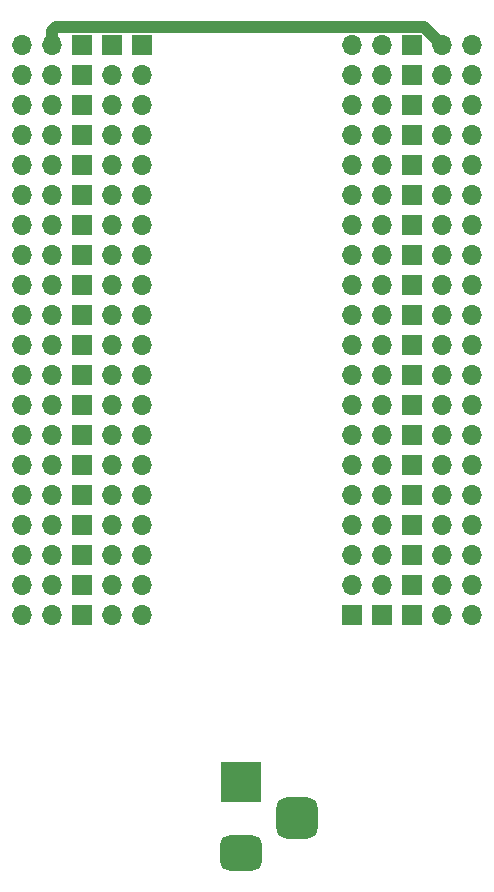
<source format=gbr>
%TF.GenerationSoftware,KiCad,Pcbnew,7.0.2*%
%TF.CreationDate,2023-05-07T16:36:29+01:00*%
%TF.ProjectId,working,776f726b-696e-4672-9e6b-696361645f70,rev?*%
%TF.SameCoordinates,Original*%
%TF.FileFunction,Copper,L2,Bot*%
%TF.FilePolarity,Positive*%
%FSLAX46Y46*%
G04 Gerber Fmt 4.6, Leading zero omitted, Abs format (unit mm)*
G04 Created by KiCad (PCBNEW 7.0.2) date 2023-05-07 16:36:29*
%MOMM*%
%LPD*%
G01*
G04 APERTURE LIST*
G04 Aperture macros list*
%AMRoundRect*
0 Rectangle with rounded corners*
0 $1 Rounding radius*
0 $2 $3 $4 $5 $6 $7 $8 $9 X,Y pos of 4 corners*
0 Add a 4 corners polygon primitive as box body*
4,1,4,$2,$3,$4,$5,$6,$7,$8,$9,$2,$3,0*
0 Add four circle primitives for the rounded corners*
1,1,$1+$1,$2,$3*
1,1,$1+$1,$4,$5*
1,1,$1+$1,$6,$7*
1,1,$1+$1,$8,$9*
0 Add four rect primitives between the rounded corners*
20,1,$1+$1,$2,$3,$4,$5,0*
20,1,$1+$1,$4,$5,$6,$7,0*
20,1,$1+$1,$6,$7,$8,$9,0*
20,1,$1+$1,$8,$9,$2,$3,0*%
G04 Aperture macros list end*
%TA.AperFunction,ComponentPad*%
%ADD10R,1.700000X1.700000*%
%TD*%
%TA.AperFunction,ComponentPad*%
%ADD11O,1.700000X1.700000*%
%TD*%
%TA.AperFunction,ComponentPad*%
%ADD12RoundRect,0.875000X0.875000X-0.875000X0.875000X0.875000X-0.875000X0.875000X-0.875000X-0.875000X0*%
%TD*%
%TA.AperFunction,ComponentPad*%
%ADD13RoundRect,0.750000X1.000000X-0.750000X1.000000X0.750000X-1.000000X0.750000X-1.000000X-0.750000X0*%
%TD*%
%TA.AperFunction,ComponentPad*%
%ADD14R,3.500000X3.500000*%
%TD*%
%TA.AperFunction,Conductor*%
%ADD15C,1.000000*%
%TD*%
G04 APERTURE END LIST*
D10*
%TO.P,J45,1,Pin_1*%
%TO.N,GND*%
X-13970000Y-6350000D03*
D11*
%TO.P,J45,2,Pin_2*%
%TO.N,+5V*%
X-16510000Y-6350000D03*
%TO.P,J45,3,Pin_3*%
%TO.N,GND*%
X-19050000Y-6350000D03*
%TD*%
D10*
%TO.P,J44,1,Pin_1*%
%TO.N,+3.3V*%
X13970000Y13970000D03*
D11*
%TO.P,J44,2,Pin_2*%
%TO.N,+5V*%
X16510000Y13970000D03*
%TO.P,J44,3,Pin_3*%
%TO.N,GND*%
X19050000Y13970000D03*
%TD*%
D10*
%TO.P,J43,1,Pin_1*%
%TO.N,/en*%
X13970000Y16510000D03*
D11*
%TO.P,J43,2,Pin_2*%
%TO.N,+5V*%
X16510000Y16510000D03*
%TO.P,J43,3,Pin_3*%
%TO.N,GND*%
X19050000Y16510000D03*
%TD*%
D10*
%TO.P,J42,1,Pin_1*%
%TO.N,GND*%
X13970000Y19050000D03*
D11*
%TO.P,J42,2,Pin_2*%
%TO.N,+5V*%
X16510000Y19050000D03*
%TO.P,J42,3,Pin_3*%
%TO.N,GND*%
X19050000Y19050000D03*
%TD*%
D10*
%TO.P,J41,1,Pin_1*%
%TO.N,/vsys*%
X13970000Y21590000D03*
D11*
%TO.P,J41,2,Pin_2*%
%TO.N,+5V*%
X16510000Y21590000D03*
%TO.P,J41,3,Pin_3*%
%TO.N,GND*%
X19050000Y21590000D03*
%TD*%
D10*
%TO.P,J40,1,Pin_1*%
%TO.N,+5V*%
X13970000Y24130000D03*
D11*
%TO.P,J40,2,Pin_2*%
X16510000Y24130000D03*
%TO.P,J40,3,Pin_3*%
%TO.N,GND*%
X19050000Y24130000D03*
%TD*%
%TO.P,J39,3,Pin_3*%
%TO.N,GND*%
X19050000Y-19050000D03*
%TO.P,J39,2,Pin_2*%
%TO.N,+5V*%
X16510000Y-19050000D03*
D10*
%TO.P,J39,1,Pin_1*%
%TO.N,GND*%
X13970000Y-19050000D03*
%TD*%
%TO.P,J38,1,Pin_1*%
%TO.N,GND*%
X13970000Y-6350000D03*
D11*
%TO.P,J38,2,Pin_2*%
%TO.N,+5V*%
X16510000Y-6350000D03*
%TO.P,J38,3,Pin_3*%
%TO.N,GND*%
X19050000Y-6350000D03*
%TD*%
D10*
%TO.P,J37,1,Pin_1*%
%TO.N,GND*%
X13985000Y6350000D03*
D11*
%TO.P,J37,2,Pin_2*%
%TO.N,+5V*%
X16525000Y6350000D03*
%TO.P,J37,3,Pin_3*%
%TO.N,GND*%
X19065000Y6350000D03*
%TD*%
D10*
%TO.P,J36,1,Pin_1*%
%TO.N,GND*%
X-13970000Y-19050000D03*
D11*
%TO.P,J36,2,Pin_2*%
%TO.N,+5V*%
X-16510000Y-19050000D03*
%TO.P,J36,3,Pin_3*%
%TO.N,GND*%
X-19050000Y-19050000D03*
%TD*%
D10*
%TO.P,J35,1,Pin_1*%
%TO.N,GND*%
X-13970000Y6350000D03*
D11*
%TO.P,J35,2,Pin_2*%
%TO.N,+5V*%
X-16510000Y6350000D03*
%TO.P,J35,3,Pin_3*%
%TO.N,GND*%
X-19050000Y6350000D03*
%TD*%
%TO.P,J31,3,Pin_3*%
%TO.N,GND*%
X-19050000Y19050000D03*
%TO.P,J31,2,Pin_2*%
%TO.N,+5V*%
X-16510000Y19050000D03*
D10*
%TO.P,J31,1,Pin_1*%
%TO.N,GND*%
X-13970000Y19050000D03*
%TD*%
%TO.P,J34,1,Pin_1*%
%TO.N,/gpio21*%
X13970000Y-8890000D03*
D11*
%TO.P,J34,2,Pin_2*%
%TO.N,+5V*%
X16510000Y-8890000D03*
%TO.P,J34,3,Pin_3*%
%TO.N,GND*%
X19050000Y-8890000D03*
%TD*%
D10*
%TO.P,J33,1,Pin_1*%
%TO.N,/gpio22*%
X13970000Y-3810000D03*
D11*
%TO.P,J33,2,Pin_2*%
%TO.N,+5V*%
X16510000Y-3810000D03*
%TO.P,J33,3,Pin_3*%
%TO.N,GND*%
X19050000Y-3810000D03*
%TD*%
D12*
%TO.P,J32,3*%
%TO.N,unconnected-(J32-Pad3)*%
X4222500Y-41280000D03*
D13*
%TO.P,J32,2*%
%TO.N,GND*%
X-477500Y-44280000D03*
D14*
%TO.P,J32,1*%
%TO.N,+5V*%
X-477500Y-38280000D03*
%TD*%
D10*
%TO.P,J30,1,Pin_1*%
%TO.N,/adc_vref*%
X13970000Y11430000D03*
D11*
%TO.P,J30,2,Pin_2*%
%TO.N,+5V*%
X16510000Y11430000D03*
%TO.P,J30,3,Pin_3*%
%TO.N,GND*%
X19050000Y11430000D03*
%TD*%
D10*
%TO.P,J29,1,Pin_1*%
%TO.N,/gpio28*%
X13970000Y8890000D03*
D11*
%TO.P,J29,2,Pin_2*%
%TO.N,+5V*%
X16510000Y8890000D03*
%TO.P,J29,3,Pin_3*%
%TO.N,GND*%
X19050000Y8890000D03*
%TD*%
D10*
%TO.P,J28,1,Pin_1*%
%TO.N,/gpio27*%
X13970000Y3810000D03*
D11*
%TO.P,J28,2,Pin_2*%
%TO.N,+5V*%
X16510000Y3810000D03*
%TO.P,J28,3,Pin_3*%
%TO.N,GND*%
X19050000Y3810000D03*
%TD*%
D10*
%TO.P,J27,1,Pin_1*%
%TO.N,/gpio26*%
X13970000Y1270000D03*
D11*
%TO.P,J27,2,Pin_2*%
%TO.N,+5V*%
X16510000Y1270000D03*
%TO.P,J27,3,Pin_3*%
%TO.N,GND*%
X19050000Y1270000D03*
%TD*%
D10*
%TO.P,J26,1,Pin_1*%
%TO.N,/oobb_23*%
X13970000Y-1270000D03*
D11*
%TO.P,J26,2,Pin_2*%
%TO.N,+5V*%
X16510000Y-1270000D03*
%TO.P,J26,3,Pin_3*%
%TO.N,GND*%
X19050000Y-1270000D03*
%TD*%
D10*
%TO.P,J25,1,Pin_1*%
%TO.N,/gpio0*%
X-13985000Y24130000D03*
D11*
%TO.P,J25,2,Pin_2*%
%TO.N,+5V*%
X-16525000Y24130000D03*
%TO.P,J25,3,Pin_3*%
%TO.N,GND*%
X-19065000Y24130000D03*
%TD*%
D10*
%TO.P,J24,1,Pin_1*%
%TO.N,/gpio11*%
X-13985000Y-11430000D03*
D11*
%TO.P,J24,2,Pin_2*%
%TO.N,+5V*%
X-16525000Y-11430000D03*
%TO.P,J24,3,Pin_3*%
%TO.N,GND*%
X-19065000Y-11430000D03*
%TD*%
D10*
%TO.P,J23,1,Pin_1*%
%TO.N,/gpio12*%
X-13985000Y-13970000D03*
D11*
%TO.P,J23,2,Pin_2*%
%TO.N,+5V*%
X-16525000Y-13970000D03*
%TO.P,J23,3,Pin_3*%
%TO.N,GND*%
X-19065000Y-13970000D03*
%TD*%
D10*
%TO.P,J22,1,Pin_1*%
%TO.N,/gpio19*%
X13985000Y-13970000D03*
D11*
%TO.P,J22,2,Pin_2*%
%TO.N,+5V*%
X16525000Y-13970000D03*
%TO.P,J22,3,Pin_3*%
%TO.N,GND*%
X19065000Y-13970000D03*
%TD*%
D10*
%TO.P,J21,1,Pin_1*%
%TO.N,/gpio18*%
X13970000Y-16510000D03*
D11*
%TO.P,J21,2,Pin_2*%
%TO.N,+5V*%
X16510000Y-16510000D03*
%TO.P,J21,3,Pin_3*%
%TO.N,GND*%
X19050000Y-16510000D03*
%TD*%
D10*
%TO.P,J20,1,Pin_1*%
%TO.N,/gpio17*%
X13985000Y-21590000D03*
D11*
%TO.P,J20,2,Pin_2*%
%TO.N,+5V*%
X16525000Y-21590000D03*
%TO.P,J20,3,Pin_3*%
%TO.N,GND*%
X19065000Y-21590000D03*
%TD*%
D10*
%TO.P,J19,1,Pin_1*%
%TO.N,/gpio16*%
X13970000Y-24130000D03*
D11*
%TO.P,J19,2,Pin_2*%
%TO.N,+5V*%
X16510000Y-24130000D03*
%TO.P,J19,3,Pin_3*%
%TO.N,GND*%
X19050000Y-24130000D03*
%TD*%
D10*
%TO.P,J18,1,Pin_1*%
%TO.N,/gpio15*%
X-13970000Y-24130000D03*
D11*
%TO.P,J18,2,Pin_2*%
%TO.N,+5V*%
X-16510000Y-24130000D03*
%TO.P,J18,3,Pin_3*%
%TO.N,GND*%
X-19050000Y-24130000D03*
%TD*%
D10*
%TO.P,J17,1,Pin_1*%
%TO.N,/gpio14*%
X-13970000Y-21590000D03*
D11*
%TO.P,J17,2,Pin_2*%
%TO.N,+5V*%
X-16510000Y-21590000D03*
%TO.P,J17,3,Pin_3*%
%TO.N,GND*%
X-19050000Y-21590000D03*
%TD*%
D10*
%TO.P,J16,1,Pin_1*%
%TO.N,/gpio13*%
X-13970000Y-16510000D03*
D11*
%TO.P,J16,2,Pin_2*%
%TO.N,+5V*%
X-16510000Y-16510000D03*
%TO.P,J16,3,Pin_3*%
%TO.N,GND*%
X-19050000Y-16510000D03*
%TD*%
D10*
%TO.P,J15,1,Pin_1*%
%TO.N,/gpio20*%
X13970000Y-11430000D03*
D11*
%TO.P,J15,2,Pin_2*%
%TO.N,+5V*%
X16510000Y-11430000D03*
%TO.P,J15,3,Pin_3*%
%TO.N,GND*%
X19050000Y-11430000D03*
%TD*%
D10*
%TO.P,J14,1,Pin_1*%
%TO.N,/gpio10*%
X-13970000Y-8890000D03*
D11*
%TO.P,J14,2,Pin_2*%
%TO.N,+5V*%
X-16510000Y-8890000D03*
%TO.P,J14,3,Pin_3*%
%TO.N,GND*%
X-19050000Y-8890000D03*
%TD*%
D10*
%TO.P,J13,1,Pin_1*%
%TO.N,/gpio9*%
X-13970000Y-3810000D03*
D11*
%TO.P,J13,2,Pin_2*%
%TO.N,+5V*%
X-16510000Y-3810000D03*
%TO.P,J13,3,Pin_3*%
%TO.N,GND*%
X-19050000Y-3810000D03*
%TD*%
D10*
%TO.P,J12,1,Pin_1*%
%TO.N,/gpio8*%
X-13970000Y-1270000D03*
D11*
%TO.P,J12,2,Pin_2*%
%TO.N,+5V*%
X-16510000Y-1270000D03*
%TO.P,J12,3,Pin_3*%
%TO.N,GND*%
X-19050000Y-1270000D03*
%TD*%
D10*
%TO.P,J11,1,Pin_1*%
%TO.N,/gpio7*%
X-13970000Y1270000D03*
D11*
%TO.P,J11,2,Pin_2*%
%TO.N,+5V*%
X-16510000Y1270000D03*
%TO.P,J11,3,Pin_3*%
%TO.N,GND*%
X-19050000Y1270000D03*
%TD*%
D10*
%TO.P,J10,1,Pin_1*%
%TO.N,/gpio6*%
X-13970000Y3810000D03*
D11*
%TO.P,J10,2,Pin_2*%
%TO.N,+5V*%
X-16510000Y3810000D03*
%TO.P,J10,3,Pin_3*%
%TO.N,GND*%
X-19050000Y3810000D03*
%TD*%
D10*
%TO.P,J9,1,Pin_1*%
%TO.N,/gpio5*%
X-13970000Y8890000D03*
D11*
%TO.P,J9,2,Pin_2*%
%TO.N,+5V*%
X-16510000Y8890000D03*
%TO.P,J9,3,Pin_3*%
%TO.N,GND*%
X-19050000Y8890000D03*
%TD*%
D10*
%TO.P,J8,1,Pin_1*%
%TO.N,/gpio4*%
X-13970000Y11430000D03*
D11*
%TO.P,J8,2,Pin_2*%
%TO.N,+5V*%
X-16510000Y11430000D03*
%TO.P,J8,3,Pin_3*%
%TO.N,GND*%
X-19050000Y11430000D03*
%TD*%
D10*
%TO.P,J7,1,Pin_1*%
%TO.N,/gpio3*%
X-13970000Y13970000D03*
D11*
%TO.P,J7,2,Pin_2*%
%TO.N,+5V*%
X-16510000Y13970000D03*
%TO.P,J7,3,Pin_3*%
%TO.N,GND*%
X-19050000Y13970000D03*
%TD*%
D10*
%TO.P,J6,1,Pin_1*%
%TO.N,/gpio2*%
X-13970000Y16510000D03*
D11*
%TO.P,J6,2,Pin_2*%
%TO.N,+5V*%
X-16510000Y16510000D03*
%TO.P,J6,3,Pin_3*%
%TO.N,GND*%
X-19050000Y16510000D03*
%TD*%
D10*
%TO.P,J5,1,Pin_1*%
%TO.N,/gpio1*%
X-13970000Y21590000D03*
D11*
%TO.P,J5,2,Pin_2*%
%TO.N,+5V*%
X-16510000Y21590000D03*
%TO.P,J5,3,Pin_3*%
%TO.N,GND*%
X-19050000Y21590000D03*
%TD*%
D10*
%TO.P,J4,1,Pin_1*%
%TO.N,/gpio16*%
X11430000Y-24130000D03*
D11*
%TO.P,J4,2,Pin_2*%
%TO.N,/gpio17*%
X11430000Y-21590000D03*
%TO.P,J4,3,Pin_3*%
%TO.N,GND*%
X11430000Y-19050000D03*
%TO.P,J4,4,Pin_4*%
%TO.N,/gpio18*%
X11430000Y-16510000D03*
%TO.P,J4,5,Pin_5*%
%TO.N,/gpio19*%
X11430000Y-13970000D03*
%TO.P,J4,6,Pin_6*%
%TO.N,/gpio20*%
X11430000Y-11430000D03*
%TO.P,J4,7,Pin_7*%
%TO.N,/gpio21*%
X11430000Y-8890000D03*
%TO.P,J4,8,Pin_8*%
%TO.N,GND*%
X11430000Y-6350000D03*
%TO.P,J4,9,Pin_9*%
%TO.N,/gpio22*%
X11430000Y-3810000D03*
%TO.P,J4,10,Pin_10*%
%TO.N,/oobb_23*%
X11430000Y-1270000D03*
%TO.P,J4,11,Pin_11*%
%TO.N,/gpio26*%
X11430000Y1270000D03*
%TO.P,J4,12,Pin_12*%
%TO.N,/gpio27*%
X11430000Y3810000D03*
%TO.P,J4,13,Pin_13*%
%TO.N,GND*%
X11430000Y6350000D03*
%TO.P,J4,14,Pin_14*%
%TO.N,/gpio28*%
X11430000Y8890000D03*
%TO.P,J4,15,Pin_15*%
%TO.N,/adc_vref*%
X11430000Y11430000D03*
%TO.P,J4,16,Pin_16*%
%TO.N,+3.3V*%
X11430000Y13970000D03*
%TO.P,J4,17,Pin_17*%
%TO.N,/en*%
X11430000Y16510000D03*
%TO.P,J4,18,Pin_18*%
%TO.N,GND*%
X11430000Y19050000D03*
%TO.P,J4,19,Pin_19*%
%TO.N,/vsys*%
X11430000Y21590000D03*
%TO.P,J4,20,Pin_20*%
%TO.N,+5V*%
X11430000Y24130000D03*
%TD*%
D10*
%TO.P,J3,1,Pin_1*%
%TO.N,/gpio0*%
X-11430000Y24130000D03*
D11*
%TO.P,J3,2,Pin_2*%
%TO.N,/gpio1*%
X-11430000Y21590000D03*
%TO.P,J3,3,Pin_3*%
%TO.N,GND*%
X-11430000Y19050000D03*
%TO.P,J3,4,Pin_4*%
%TO.N,/gpio2*%
X-11430000Y16510000D03*
%TO.P,J3,5,Pin_5*%
%TO.N,/gpio3*%
X-11430000Y13970000D03*
%TO.P,J3,6,Pin_6*%
%TO.N,/gpio4*%
X-11430000Y11430000D03*
%TO.P,J3,7,Pin_7*%
%TO.N,/gpio5*%
X-11430000Y8890000D03*
%TO.P,J3,8,Pin_8*%
%TO.N,GND*%
X-11430000Y6350000D03*
%TO.P,J3,9,Pin_9*%
%TO.N,/gpio6*%
X-11430000Y3810000D03*
%TO.P,J3,10,Pin_10*%
%TO.N,/gpio7*%
X-11430000Y1270000D03*
%TO.P,J3,11,Pin_11*%
%TO.N,/gpio8*%
X-11430000Y-1270000D03*
%TO.P,J3,12,Pin_12*%
%TO.N,/gpio9*%
X-11430000Y-3810000D03*
%TO.P,J3,13,Pin_13*%
%TO.N,GND*%
X-11430000Y-6350000D03*
%TO.P,J3,14,Pin_14*%
%TO.N,/gpio10*%
X-11430000Y-8890000D03*
%TO.P,J3,15,Pin_15*%
%TO.N,/gpio11*%
X-11430000Y-11430000D03*
%TO.P,J3,16,Pin_16*%
%TO.N,/gpio12*%
X-11430000Y-13970000D03*
%TO.P,J3,17,Pin_17*%
%TO.N,/gpio13*%
X-11430000Y-16510000D03*
%TO.P,J3,18,Pin_18*%
%TO.N,GND*%
X-11430000Y-19050000D03*
%TO.P,J3,19,Pin_19*%
%TO.N,/gpio14*%
X-11430000Y-21590000D03*
%TO.P,J3,20,Pin_20*%
%TO.N,/gpio15*%
X-11430000Y-24130000D03*
%TD*%
D10*
%TO.P,J2,1,Pin_1*%
%TO.N,/gpio16*%
X8890000Y-24130000D03*
D11*
%TO.P,J2,2,Pin_2*%
%TO.N,/gpio17*%
X8890000Y-21590000D03*
%TO.P,J2,3,Pin_3*%
%TO.N,GND*%
X8890000Y-19050000D03*
%TO.P,J2,4,Pin_4*%
%TO.N,/gpio18*%
X8890000Y-16510000D03*
%TO.P,J2,5,Pin_5*%
%TO.N,/gpio19*%
X8890000Y-13970000D03*
%TO.P,J2,6,Pin_6*%
%TO.N,/gpio20*%
X8890000Y-11430000D03*
%TO.P,J2,7,Pin_7*%
%TO.N,/gpio21*%
X8890000Y-8890000D03*
%TO.P,J2,8,Pin_8*%
%TO.N,GND*%
X8890000Y-6350000D03*
%TO.P,J2,9,Pin_9*%
%TO.N,/gpio22*%
X8890000Y-3810000D03*
%TO.P,J2,10,Pin_10*%
%TO.N,/oobb_23*%
X8890000Y-1270000D03*
%TO.P,J2,11,Pin_11*%
%TO.N,/gpio26*%
X8890000Y1270000D03*
%TO.P,J2,12,Pin_12*%
%TO.N,/gpio27*%
X8890000Y3810000D03*
%TO.P,J2,13,Pin_13*%
%TO.N,GND*%
X8890000Y6350000D03*
%TO.P,J2,14,Pin_14*%
%TO.N,/gpio28*%
X8890000Y8890000D03*
%TO.P,J2,15,Pin_15*%
%TO.N,/adc_vref*%
X8890000Y11430000D03*
%TO.P,J2,16,Pin_16*%
%TO.N,+3.3V*%
X8890000Y13970000D03*
%TO.P,J2,17,Pin_17*%
%TO.N,/en*%
X8890000Y16510000D03*
%TO.P,J2,18,Pin_18*%
%TO.N,GND*%
X8890000Y19050000D03*
%TO.P,J2,19,Pin_19*%
%TO.N,/vsys*%
X8890000Y21590000D03*
%TO.P,J2,20,Pin_20*%
%TO.N,+5V*%
X8890000Y24130000D03*
%TD*%
D10*
%TO.P,J1,1,Pin_1*%
%TO.N,/gpio0*%
X-8890000Y24130000D03*
D11*
%TO.P,J1,2,Pin_2*%
%TO.N,/gpio1*%
X-8890000Y21590000D03*
%TO.P,J1,3,Pin_3*%
%TO.N,GND*%
X-8890000Y19050000D03*
%TO.P,J1,4,Pin_4*%
%TO.N,/gpio2*%
X-8890000Y16510000D03*
%TO.P,J1,5,Pin_5*%
%TO.N,/gpio3*%
X-8890000Y13970000D03*
%TO.P,J1,6,Pin_6*%
%TO.N,/gpio4*%
X-8890000Y11430000D03*
%TO.P,J1,7,Pin_7*%
%TO.N,/gpio5*%
X-8890000Y8890000D03*
%TO.P,J1,8,Pin_8*%
%TO.N,GND*%
X-8890000Y6350000D03*
%TO.P,J1,9,Pin_9*%
%TO.N,/gpio6*%
X-8890000Y3810000D03*
%TO.P,J1,10,Pin_10*%
%TO.N,/gpio7*%
X-8890000Y1270000D03*
%TO.P,J1,11,Pin_11*%
%TO.N,/gpio8*%
X-8890000Y-1270000D03*
%TO.P,J1,12,Pin_12*%
%TO.N,/gpio9*%
X-8890000Y-3810000D03*
%TO.P,J1,13,Pin_13*%
%TO.N,GND*%
X-8890000Y-6350000D03*
%TO.P,J1,14,Pin_14*%
%TO.N,/gpio10*%
X-8890000Y-8890000D03*
%TO.P,J1,15,Pin_15*%
%TO.N,/gpio11*%
X-8890000Y-11430000D03*
%TO.P,J1,16,Pin_16*%
%TO.N,/gpio12*%
X-8890000Y-13970000D03*
%TO.P,J1,17,Pin_17*%
%TO.N,/gpio13*%
X-8890000Y-16510000D03*
%TO.P,J1,18,Pin_18*%
%TO.N,GND*%
X-8890000Y-19050000D03*
%TO.P,J1,19,Pin_19*%
%TO.N,/gpio14*%
X-8890000Y-21590000D03*
%TO.P,J1,20,Pin_20*%
%TO.N,/gpio15*%
X-8890000Y-24130000D03*
%TD*%
D15*
%TO.N,+5V*%
X-16525000Y25332081D02*
X-16525000Y24130000D01*
X-16177081Y25680000D02*
X-16525000Y25332081D01*
X14960000Y25680000D02*
X-16177081Y25680000D01*
X16510000Y24130000D02*
X14960000Y25680000D01*
%TD*%
M02*

</source>
